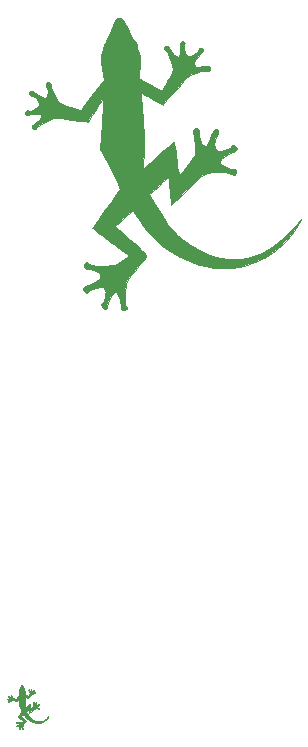
<source format=gbr>
%TF.GenerationSoftware,KiCad,Pcbnew,8.0.3*%
%TF.CreationDate,2024-09-02T20:29:09+10:00*%
%TF.ProjectId,bottom_plate,626f7474-6f6d-45f7-906c-6174652e6b69,1.0.0*%
%TF.SameCoordinates,Original*%
%TF.FileFunction,Soldermask,Bot*%
%TF.FilePolarity,Negative*%
%FSLAX46Y46*%
G04 Gerber Fmt 4.6, Leading zero omitted, Abs format (unit mm)*
G04 Created by KiCad (PCBNEW 8.0.3) date 2024-09-02 20:29:09*
%MOMM*%
%LPD*%
G01*
G04 APERTURE LIST*
%ADD10C,0.010000*%
G04 APERTURE END LIST*
D10*
%TO.C,G\u002A\u002A\u002A*%
X32902339Y-93095705D02*
X32931973Y-93124575D01*
X32965322Y-93177944D01*
X33004013Y-93255775D01*
X33026941Y-93302711D01*
X33052152Y-93348818D01*
X33072760Y-93380480D01*
X33086099Y-93393231D01*
X33100059Y-93404481D01*
X33106408Y-93437681D01*
X33106885Y-93446262D01*
X33115033Y-93487154D01*
X33130011Y-93529373D01*
X33139185Y-93551973D01*
X33145682Y-93578246D01*
X33148124Y-93610647D01*
X33146929Y-93655549D01*
X33142518Y-93719323D01*
X33139424Y-93766572D01*
X33137695Y-93815821D01*
X33138250Y-93850823D01*
X33141140Y-93866057D01*
X33141148Y-93866064D01*
X33155565Y-93874845D01*
X33187767Y-93892704D01*
X33232991Y-93917047D01*
X33286477Y-93945278D01*
X33422374Y-94016367D01*
X33492799Y-93905946D01*
X33497141Y-93899092D01*
X33532800Y-93838179D01*
X33555376Y-93790095D01*
X33563277Y-93758181D01*
X33562144Y-93741113D01*
X33554020Y-93698007D01*
X33540004Y-93647702D01*
X33522400Y-93596592D01*
X33503512Y-93551071D01*
X33485644Y-93517531D01*
X33471099Y-93502367D01*
X33461486Y-93497631D01*
X33451708Y-93479671D01*
X33459576Y-93460209D01*
X33482993Y-93448709D01*
X33504098Y-93451354D01*
X33519594Y-93473925D01*
X33526563Y-93491488D01*
X33548902Y-93528660D01*
X33577036Y-93561441D01*
X33605241Y-93583724D01*
X33627796Y-93589401D01*
X33628574Y-93589192D01*
X33643360Y-93579876D01*
X33651105Y-93558250D01*
X33654205Y-93517818D01*
X33654701Y-93495753D01*
X33654776Y-93453418D01*
X33653692Y-93423848D01*
X33653546Y-93418519D01*
X33663114Y-93394357D01*
X33683853Y-93384533D01*
X33706740Y-93394105D01*
X33714269Y-93406232D01*
X33708254Y-93430716D01*
X33702751Y-93451355D01*
X33705654Y-93488535D01*
X33717241Y-93528649D01*
X33734570Y-93562252D01*
X33754702Y-93579901D01*
X33757493Y-93580575D01*
X33785264Y-93576790D01*
X33820692Y-93561310D01*
X33855838Y-93539054D01*
X33882757Y-93514943D01*
X33893507Y-93493900D01*
X33897623Y-93480527D01*
X33919328Y-93471675D01*
X33939789Y-93475282D01*
X33951283Y-93491489D01*
X33942539Y-93518515D01*
X33913723Y-93553927D01*
X33881398Y-93587862D01*
X33851244Y-93626780D01*
X33837816Y-93658216D01*
X33838735Y-93686372D01*
X33841476Y-93695711D01*
X33848682Y-93706982D01*
X33863734Y-93712123D01*
X33892452Y-93712439D01*
X33940655Y-93709235D01*
X33973862Y-93707079D01*
X34011845Y-93706769D01*
X34032790Y-93711026D01*
X34041753Y-93720409D01*
X34043352Y-93725793D01*
X34039019Y-93750673D01*
X34020150Y-93765958D01*
X33995171Y-93763797D01*
X33988172Y-93761945D01*
X33957850Y-93763785D01*
X33913949Y-93772959D01*
X33863357Y-93787578D01*
X33812963Y-93805755D01*
X33769657Y-93825601D01*
X33764662Y-93829579D01*
X33744041Y-93850045D01*
X33711866Y-93884171D01*
X33671449Y-93928242D01*
X33626103Y-93978545D01*
X33579143Y-94031366D01*
X33533880Y-94082991D01*
X33493629Y-94129706D01*
X33461702Y-94167797D01*
X33441413Y-94193550D01*
X33441226Y-94193653D01*
X33427960Y-94188531D01*
X33397304Y-94173270D01*
X33353580Y-94150098D01*
X33301112Y-94121242D01*
X33296564Y-94118705D01*
X33244556Y-94090181D01*
X33201563Y-94067481D01*
X33171940Y-94052849D01*
X33160041Y-94048529D01*
X33159756Y-94053992D01*
X33160989Y-94081135D01*
X33164081Y-94127808D01*
X33168774Y-94190453D01*
X33174809Y-94265515D01*
X33181928Y-94349437D01*
X33182013Y-94350414D01*
X33190965Y-94458957D01*
X33197064Y-94548046D01*
X33200487Y-94623399D01*
X33201407Y-94690735D01*
X33200000Y-94755770D01*
X33196440Y-94824225D01*
X33195011Y-94847102D01*
X33191448Y-94908407D01*
X33188938Y-94958278D01*
X33187698Y-94992080D01*
X33187946Y-95005176D01*
X33188544Y-95005011D01*
X33201932Y-94994598D01*
X33230648Y-94970105D01*
X33271837Y-94934028D01*
X33322644Y-94888863D01*
X33380214Y-94837105D01*
X33391994Y-94826472D01*
X33448907Y-94775478D01*
X33498845Y-94731336D01*
X33538859Y-94696613D01*
X33566001Y-94673872D01*
X33577321Y-94665679D01*
X33579253Y-94669358D01*
X33584542Y-94693272D01*
X33591553Y-94735747D01*
X33599602Y-94792476D01*
X33608006Y-94859150D01*
X33612503Y-94897401D01*
X33621909Y-94977389D01*
X33629860Y-95034342D01*
X33638099Y-95069743D01*
X33648367Y-95085073D01*
X33662406Y-95081816D01*
X33681959Y-95061452D01*
X33708766Y-95025464D01*
X33744571Y-94975333D01*
X33842729Y-94839183D01*
X33842729Y-94707706D01*
X33842660Y-94692469D01*
X33840352Y-94626184D01*
X33835044Y-94577876D01*
X33827103Y-94551207D01*
X33825521Y-94548620D01*
X33818526Y-94526191D01*
X33831971Y-94505690D01*
X33849725Y-94494845D01*
X33875518Y-94495960D01*
X33894202Y-94512269D01*
X33897007Y-94539247D01*
X33896284Y-94558453D01*
X33901740Y-94596531D01*
X33912864Y-94641013D01*
X33923866Y-94675190D01*
X33936000Y-94701758D01*
X33949622Y-94713581D01*
X33968914Y-94716275D01*
X33984702Y-94714413D01*
X34000818Y-94704010D01*
X34016716Y-94679872D01*
X34036755Y-94636900D01*
X34053745Y-94595203D01*
X34066468Y-94558522D01*
X34071331Y-94536781D01*
X34072086Y-94531124D01*
X34086749Y-94514036D01*
X34111226Y-94508119D01*
X34133759Y-94517084D01*
X34142622Y-94528881D01*
X34144760Y-94557699D01*
X34122742Y-94587239D01*
X34109917Y-94603824D01*
X34096814Y-94643640D01*
X34093311Y-94690825D01*
X34099758Y-94735285D01*
X34116506Y-94766922D01*
X34119280Y-94769650D01*
X34133839Y-94781233D01*
X34150534Y-94785175D01*
X34176823Y-94781801D01*
X34220163Y-94771434D01*
X34254375Y-94761644D01*
X34291064Y-94745393D01*
X34306744Y-94727510D01*
X34314313Y-94713046D01*
X34335231Y-94704420D01*
X34360889Y-94718814D01*
X34374649Y-94744443D01*
X34372118Y-94770912D01*
X34353904Y-94787177D01*
X34331839Y-94796041D01*
X34295162Y-94813016D01*
X34251875Y-94834403D01*
X34225275Y-94848975D01*
X34180516Y-94882258D01*
X34160735Y-94914043D01*
X34166108Y-94944111D01*
X34167578Y-94946061D01*
X34188689Y-94961052D01*
X34224550Y-94978782D01*
X34266786Y-94995818D01*
X34307021Y-95008730D01*
X34336878Y-95014084D01*
X34350288Y-95016095D01*
X34371088Y-95031952D01*
X34373898Y-95056326D01*
X34356173Y-95080458D01*
X34353070Y-95082668D01*
X34332593Y-95090221D01*
X34311960Y-95077618D01*
X34309292Y-95075509D01*
X34279310Y-95063591D01*
X34232172Y-95054828D01*
X34174888Y-95049639D01*
X34114470Y-95048443D01*
X34057929Y-95051659D01*
X34012278Y-95059707D01*
X33995686Y-95065183D01*
X33972479Y-95076255D01*
X33945922Y-95093633D01*
X33913109Y-95119664D01*
X33871135Y-95156696D01*
X33817094Y-95207075D01*
X33748081Y-95273151D01*
X33544279Y-95469684D01*
X33528691Y-95305704D01*
X33527817Y-95296546D01*
X33521745Y-95234659D01*
X33516315Y-95182167D01*
X33512093Y-95144370D01*
X33509641Y-95126566D01*
X33509062Y-95125750D01*
X33496078Y-95131147D01*
X33468978Y-95150900D01*
X33431280Y-95182269D01*
X33386504Y-95222511D01*
X33266829Y-95333614D01*
X33340875Y-95459919D01*
X33388170Y-95539131D01*
X33451359Y-95638697D01*
X33509517Y-95721065D01*
X33565688Y-95789863D01*
X33622912Y-95848720D01*
X33684233Y-95901264D01*
X33752692Y-95951125D01*
X33772704Y-95964387D01*
X33856445Y-96014167D01*
X33948036Y-96061346D01*
X34038304Y-96101435D01*
X34118074Y-96129944D01*
X34159178Y-96140748D01*
X34289755Y-96158398D01*
X34424978Y-96153427D01*
X34561058Y-96126486D01*
X34694205Y-96078226D01*
X34820629Y-96009296D01*
X34826266Y-96005556D01*
X34874630Y-95969144D01*
X34933167Y-95919506D01*
X34996254Y-95861915D01*
X35058268Y-95801646D01*
X35113585Y-95743975D01*
X35156583Y-95694175D01*
X35191819Y-95649725D01*
X35162546Y-95700525D01*
X35102575Y-95794884D01*
X34998305Y-95924681D01*
X34880327Y-96036340D01*
X34750732Y-96128452D01*
X34611611Y-96199605D01*
X34465057Y-96248388D01*
X34313162Y-96273391D01*
X34269926Y-96275383D01*
X34180511Y-96273163D01*
X34082457Y-96264496D01*
X33985627Y-96250374D01*
X33899879Y-96231789D01*
X33828541Y-96208412D01*
X33743408Y-96173272D01*
X33654853Y-96130946D01*
X33571435Y-96085535D01*
X33501715Y-96041135D01*
X33434169Y-95988601D01*
X33348343Y-95910758D01*
X33264771Y-95824185D01*
X33190121Y-95735869D01*
X33131063Y-95652799D01*
X33109702Y-95619339D01*
X33083131Y-95579495D01*
X33063489Y-95552205D01*
X33053945Y-95542023D01*
X33044107Y-95548551D01*
X33019239Y-95569376D01*
X32983583Y-95601116D01*
X32941146Y-95640282D01*
X32836083Y-95738790D01*
X33012381Y-95899065D01*
X33055504Y-95938046D01*
X33117661Y-95993913D01*
X33163831Y-96036656D01*
X33195231Y-96069393D01*
X33213077Y-96095242D01*
X33218584Y-96117321D01*
X33212969Y-96138750D01*
X33197448Y-96162647D01*
X33173236Y-96192131D01*
X33141551Y-96230319D01*
X33136262Y-96236902D01*
X33081038Y-96305949D01*
X33039451Y-96359724D01*
X33009418Y-96402418D01*
X32988856Y-96438223D01*
X32975681Y-96471331D01*
X32967812Y-96505933D01*
X32963166Y-96546221D01*
X32959660Y-96596386D01*
X32957143Y-96638958D01*
X32955578Y-96686734D01*
X32957144Y-96717370D01*
X32962218Y-96735797D01*
X32971177Y-96746945D01*
X32983671Y-96763357D01*
X32978416Y-96787708D01*
X32973456Y-96795272D01*
X32950588Y-96809685D01*
X32926036Y-96806992D01*
X32908393Y-96790209D01*
X32906248Y-96762355D01*
X32906633Y-96740045D01*
X32900514Y-96700691D01*
X32888952Y-96654880D01*
X32886520Y-96646810D01*
X32873477Y-96607031D01*
X32862605Y-96586015D01*
X32850091Y-96578757D01*
X32832122Y-96580249D01*
X32813629Y-96587444D01*
X32792535Y-96609723D01*
X32770830Y-96651500D01*
X32760033Y-96676963D01*
X32743496Y-96720018D01*
X32733171Y-96752274D01*
X32723921Y-96772145D01*
X32702445Y-96784661D01*
X32678511Y-96777298D01*
X32659809Y-96750268D01*
X32657856Y-96744641D01*
X32656375Y-96723904D01*
X32672722Y-96714275D01*
X32680595Y-96710912D01*
X32695324Y-96690775D01*
X32704500Y-96650184D01*
X32710253Y-96601972D01*
X32710943Y-96569403D01*
X32705617Y-96547115D01*
X32693611Y-96527642D01*
X32692695Y-96526442D01*
X32680880Y-96514598D01*
X32664883Y-96509860D01*
X32637829Y-96511671D01*
X32592840Y-96519474D01*
X32591679Y-96519694D01*
X32542795Y-96531093D01*
X32514590Y-96543564D01*
X32502449Y-96559132D01*
X32502425Y-96559205D01*
X32485441Y-96578915D01*
X32459293Y-96581427D01*
X32434365Y-96565734D01*
X32425549Y-96539535D01*
X32437943Y-96514792D01*
X32468157Y-96498642D01*
X32489857Y-96490905D01*
X32528634Y-96473182D01*
X32571531Y-96450670D01*
X32576277Y-96447989D01*
X32616575Y-96422274D01*
X32638374Y-96400190D01*
X32646539Y-96376954D01*
X32647216Y-96365932D01*
X32641986Y-96347619D01*
X32623506Y-96331115D01*
X32586636Y-96310736D01*
X32560679Y-96298934D01*
X32517552Y-96284152D01*
X32484252Y-96278375D01*
X32483498Y-96278373D01*
X32456798Y-96276780D01*
X32445729Y-96273063D01*
X32444986Y-96268762D01*
X32438649Y-96249301D01*
X32438934Y-96233092D01*
X32452958Y-96209460D01*
X32466461Y-96197578D01*
X32480727Y-96196625D01*
X32501314Y-96213179D01*
X32506959Y-96218018D01*
X32525567Y-96228470D01*
X32552753Y-96235216D01*
X32594122Y-96239296D01*
X32655279Y-96241750D01*
X32721135Y-96241896D01*
X32787193Y-96237497D01*
X32833079Y-96228414D01*
X32859421Y-96217232D01*
X32897252Y-96196396D01*
X32936254Y-96171338D01*
X32970549Y-96146137D01*
X32994258Y-96124867D01*
X33001505Y-96111607D01*
X32998792Y-96108711D01*
X32979343Y-96092663D01*
X32943725Y-96065011D01*
X32894911Y-96028017D01*
X32835871Y-95983943D01*
X32769579Y-95935051D01*
X32737076Y-95911088D01*
X32674504Y-95864176D01*
X32621022Y-95823035D01*
X32579509Y-95789938D01*
X32552843Y-95767155D01*
X32543901Y-95756956D01*
X32546232Y-95752792D01*
X32561042Y-95730689D01*
X32587598Y-95692700D01*
X32623736Y-95641880D01*
X32667291Y-95581282D01*
X32716099Y-95513961D01*
X32740812Y-95479985D01*
X32787887Y-95415106D01*
X32829010Y-95358218D01*
X32861926Y-95312455D01*
X32884379Y-95280946D01*
X32894115Y-95266824D01*
X32894221Y-95263180D01*
X32886708Y-95239964D01*
X32869424Y-95199229D01*
X32843955Y-95144432D01*
X32811883Y-95079028D01*
X32774794Y-95006474D01*
X32646736Y-94760725D01*
X32666834Y-94437885D01*
X32671399Y-94362380D01*
X32675937Y-94281853D01*
X32679460Y-94212968D01*
X32681804Y-94159150D01*
X32682808Y-94123827D01*
X32682311Y-94110422D01*
X32681025Y-94111000D01*
X32669279Y-94125802D01*
X32647681Y-94157314D01*
X32618748Y-94201784D01*
X32584996Y-94255462D01*
X32574161Y-94272948D01*
X32541570Y-94325427D01*
X32514732Y-94368473D01*
X32496179Y-94398028D01*
X32488447Y-94410036D01*
X32485831Y-94410463D01*
X32463685Y-94408970D01*
X32422841Y-94404303D01*
X32367843Y-94397011D01*
X32303235Y-94387644D01*
X32280456Y-94384252D01*
X32214544Y-94374869D01*
X32157218Y-94367316D01*
X32113980Y-94362295D01*
X32090333Y-94360508D01*
X32061216Y-94366082D01*
X32019066Y-94381059D01*
X31970391Y-94402394D01*
X31921256Y-94427039D01*
X31877727Y-94451949D01*
X31845867Y-94474078D01*
X31831742Y-94490380D01*
X31824305Y-94504615D01*
X31802105Y-94510874D01*
X31801801Y-94510814D01*
X31784565Y-94498896D01*
X31775059Y-94478106D01*
X31775528Y-94458360D01*
X31788219Y-94449575D01*
X31794688Y-94448330D01*
X31818764Y-94433644D01*
X31846884Y-94407731D01*
X31873035Y-94377310D01*
X31891205Y-94349100D01*
X31895381Y-94329820D01*
X31878984Y-94317948D01*
X31845986Y-94311049D01*
X31804872Y-94309535D01*
X31764088Y-94313711D01*
X31732079Y-94323886D01*
X31713322Y-94329297D01*
X31692292Y-94318844D01*
X31683924Y-94289008D01*
X31683932Y-94288260D01*
X31694760Y-94271798D01*
X31717441Y-94264318D01*
X31739314Y-94270135D01*
X31740974Y-94271210D01*
X31763074Y-94271636D01*
X31795637Y-94261065D01*
X31830239Y-94243647D01*
X31858454Y-94223530D01*
X31871857Y-94204864D01*
X31866911Y-94181375D01*
X31848333Y-94149179D01*
X31822222Y-94116609D01*
X31794806Y-94091397D01*
X31772312Y-94081275D01*
X31759686Y-94080011D01*
X31740416Y-94065798D01*
X31742197Y-94037971D01*
X31747682Y-94026473D01*
X31757272Y-94020123D01*
X31774023Y-94024267D01*
X31802479Y-94040269D01*
X31847184Y-94069493D01*
X31897718Y-94100253D01*
X31935297Y-94114531D01*
X31959328Y-94109928D01*
X31972083Y-94085961D01*
X31975829Y-94042146D01*
X31975107Y-94022107D01*
X31969539Y-93981700D01*
X31960273Y-93954419D01*
X31951318Y-93932994D01*
X31959419Y-93914805D01*
X31963455Y-93911279D01*
X31986390Y-93905726D01*
X32005768Y-93919462D01*
X32013929Y-93947843D01*
X32017518Y-93968305D01*
X32031705Y-94008762D01*
X32053183Y-94057059D01*
X32078180Y-94105495D01*
X32102927Y-94146367D01*
X32123653Y-94171973D01*
X32135473Y-94178931D01*
X32166897Y-94192124D01*
X32210392Y-94207775D01*
X32259971Y-94224022D01*
X32309645Y-94239002D01*
X32353425Y-94250853D01*
X32385325Y-94257712D01*
X32399355Y-94257718D01*
X32407281Y-94247319D01*
X32428242Y-94219799D01*
X32459704Y-94178484D01*
X32499174Y-94126649D01*
X32544157Y-94067570D01*
X32685131Y-93882416D01*
X32666371Y-93738746D01*
X32665413Y-93731380D01*
X32657864Y-93669318D01*
X32654251Y-93625746D01*
X32654603Y-93594649D01*
X32658949Y-93570011D01*
X32667321Y-93545818D01*
X32669759Y-93539384D01*
X32682032Y-93494187D01*
X32687029Y-93452367D01*
X32687037Y-93450735D01*
X32691516Y-93419722D01*
X32702904Y-93408170D01*
X32703417Y-93408101D01*
X32714290Y-93395266D01*
X32731288Y-93363417D01*
X32752185Y-93317119D01*
X32774751Y-93260938D01*
X32788423Y-93225943D01*
X32819463Y-93156453D01*
X32847711Y-93111607D01*
X32874794Y-93091370D01*
X32902339Y-93095705D01*
G36*
X32902339Y-93095705D02*
G01*
X32931973Y-93124575D01*
X32965322Y-93177944D01*
X33004013Y-93255775D01*
X33026941Y-93302711D01*
X33052152Y-93348818D01*
X33072760Y-93380480D01*
X33086099Y-93393231D01*
X33100059Y-93404481D01*
X33106408Y-93437681D01*
X33106885Y-93446262D01*
X33115033Y-93487154D01*
X33130011Y-93529373D01*
X33139185Y-93551973D01*
X33145682Y-93578246D01*
X33148124Y-93610647D01*
X33146929Y-93655549D01*
X33142518Y-93719323D01*
X33139424Y-93766572D01*
X33137695Y-93815821D01*
X33138250Y-93850823D01*
X33141140Y-93866057D01*
X33141148Y-93866064D01*
X33155565Y-93874845D01*
X33187767Y-93892704D01*
X33232991Y-93917047D01*
X33286477Y-93945278D01*
X33422374Y-94016367D01*
X33492799Y-93905946D01*
X33497141Y-93899092D01*
X33532800Y-93838179D01*
X33555376Y-93790095D01*
X33563277Y-93758181D01*
X33562144Y-93741113D01*
X33554020Y-93698007D01*
X33540004Y-93647702D01*
X33522400Y-93596592D01*
X33503512Y-93551071D01*
X33485644Y-93517531D01*
X33471099Y-93502367D01*
X33461486Y-93497631D01*
X33451708Y-93479671D01*
X33459576Y-93460209D01*
X33482993Y-93448709D01*
X33504098Y-93451354D01*
X33519594Y-93473925D01*
X33526563Y-93491488D01*
X33548902Y-93528660D01*
X33577036Y-93561441D01*
X33605241Y-93583724D01*
X33627796Y-93589401D01*
X33628574Y-93589192D01*
X33643360Y-93579876D01*
X33651105Y-93558250D01*
X33654205Y-93517818D01*
X33654701Y-93495753D01*
X33654776Y-93453418D01*
X33653692Y-93423848D01*
X33653546Y-93418519D01*
X33663114Y-93394357D01*
X33683853Y-93384533D01*
X33706740Y-93394105D01*
X33714269Y-93406232D01*
X33708254Y-93430716D01*
X33702751Y-93451355D01*
X33705654Y-93488535D01*
X33717241Y-93528649D01*
X33734570Y-93562252D01*
X33754702Y-93579901D01*
X33757493Y-93580575D01*
X33785264Y-93576790D01*
X33820692Y-93561310D01*
X33855838Y-93539054D01*
X33882757Y-93514943D01*
X33893507Y-93493900D01*
X33897623Y-93480527D01*
X33919328Y-93471675D01*
X33939789Y-93475282D01*
X33951283Y-93491489D01*
X33942539Y-93518515D01*
X33913723Y-93553927D01*
X33881398Y-93587862D01*
X33851244Y-93626780D01*
X33837816Y-93658216D01*
X33838735Y-93686372D01*
X33841476Y-93695711D01*
X33848682Y-93706982D01*
X33863734Y-93712123D01*
X33892452Y-93712439D01*
X33940655Y-93709235D01*
X33973862Y-93707079D01*
X34011845Y-93706769D01*
X34032790Y-93711026D01*
X34041753Y-93720409D01*
X34043352Y-93725793D01*
X34039019Y-93750673D01*
X34020150Y-93765958D01*
X33995171Y-93763797D01*
X33988172Y-93761945D01*
X33957850Y-93763785D01*
X33913949Y-93772959D01*
X33863357Y-93787578D01*
X33812963Y-93805755D01*
X33769657Y-93825601D01*
X33764662Y-93829579D01*
X33744041Y-93850045D01*
X33711866Y-93884171D01*
X33671449Y-93928242D01*
X33626103Y-93978545D01*
X33579143Y-94031366D01*
X33533880Y-94082991D01*
X33493629Y-94129706D01*
X33461702Y-94167797D01*
X33441413Y-94193550D01*
X33441226Y-94193653D01*
X33427960Y-94188531D01*
X33397304Y-94173270D01*
X33353580Y-94150098D01*
X33301112Y-94121242D01*
X33296564Y-94118705D01*
X33244556Y-94090181D01*
X33201563Y-94067481D01*
X33171940Y-94052849D01*
X33160041Y-94048529D01*
X33159756Y-94053992D01*
X33160989Y-94081135D01*
X33164081Y-94127808D01*
X33168774Y-94190453D01*
X33174809Y-94265515D01*
X33181928Y-94349437D01*
X33182013Y-94350414D01*
X33190965Y-94458957D01*
X33197064Y-94548046D01*
X33200487Y-94623399D01*
X33201407Y-94690735D01*
X33200000Y-94755770D01*
X33196440Y-94824225D01*
X33195011Y-94847102D01*
X33191448Y-94908407D01*
X33188938Y-94958278D01*
X33187698Y-94992080D01*
X33187946Y-95005176D01*
X33188544Y-95005011D01*
X33201932Y-94994598D01*
X33230648Y-94970105D01*
X33271837Y-94934028D01*
X33322644Y-94888863D01*
X33380214Y-94837105D01*
X33391994Y-94826472D01*
X33448907Y-94775478D01*
X33498845Y-94731336D01*
X33538859Y-94696613D01*
X33566001Y-94673872D01*
X33577321Y-94665679D01*
X33579253Y-94669358D01*
X33584542Y-94693272D01*
X33591553Y-94735747D01*
X33599602Y-94792476D01*
X33608006Y-94859150D01*
X33612503Y-94897401D01*
X33621909Y-94977389D01*
X33629860Y-95034342D01*
X33638099Y-95069743D01*
X33648367Y-95085073D01*
X33662406Y-95081816D01*
X33681959Y-95061452D01*
X33708766Y-95025464D01*
X33744571Y-94975333D01*
X33842729Y-94839183D01*
X33842729Y-94707706D01*
X33842660Y-94692469D01*
X33840352Y-94626184D01*
X33835044Y-94577876D01*
X33827103Y-94551207D01*
X33825521Y-94548620D01*
X33818526Y-94526191D01*
X33831971Y-94505690D01*
X33849725Y-94494845D01*
X33875518Y-94495960D01*
X33894202Y-94512269D01*
X33897007Y-94539247D01*
X33896284Y-94558453D01*
X33901740Y-94596531D01*
X33912864Y-94641013D01*
X33923866Y-94675190D01*
X33936000Y-94701758D01*
X33949622Y-94713581D01*
X33968914Y-94716275D01*
X33984702Y-94714413D01*
X34000818Y-94704010D01*
X34016716Y-94679872D01*
X34036755Y-94636900D01*
X34053745Y-94595203D01*
X34066468Y-94558522D01*
X34071331Y-94536781D01*
X34072086Y-94531124D01*
X34086749Y-94514036D01*
X34111226Y-94508119D01*
X34133759Y-94517084D01*
X34142622Y-94528881D01*
X34144760Y-94557699D01*
X34122742Y-94587239D01*
X34109917Y-94603824D01*
X34096814Y-94643640D01*
X34093311Y-94690825D01*
X34099758Y-94735285D01*
X34116506Y-94766922D01*
X34119280Y-94769650D01*
X34133839Y-94781233D01*
X34150534Y-94785175D01*
X34176823Y-94781801D01*
X34220163Y-94771434D01*
X34254375Y-94761644D01*
X34291064Y-94745393D01*
X34306744Y-94727510D01*
X34314313Y-94713046D01*
X34335231Y-94704420D01*
X34360889Y-94718814D01*
X34374649Y-94744443D01*
X34372118Y-94770912D01*
X34353904Y-94787177D01*
X34331839Y-94796041D01*
X34295162Y-94813016D01*
X34251875Y-94834403D01*
X34225275Y-94848975D01*
X34180516Y-94882258D01*
X34160735Y-94914043D01*
X34166108Y-94944111D01*
X34167578Y-94946061D01*
X34188689Y-94961052D01*
X34224550Y-94978782D01*
X34266786Y-94995818D01*
X34307021Y-95008730D01*
X34336878Y-95014084D01*
X34350288Y-95016095D01*
X34371088Y-95031952D01*
X34373898Y-95056326D01*
X34356173Y-95080458D01*
X34353070Y-95082668D01*
X34332593Y-95090221D01*
X34311960Y-95077618D01*
X34309292Y-95075509D01*
X34279310Y-95063591D01*
X34232172Y-95054828D01*
X34174888Y-95049639D01*
X34114470Y-95048443D01*
X34057929Y-95051659D01*
X34012278Y-95059707D01*
X33995686Y-95065183D01*
X33972479Y-95076255D01*
X33945922Y-95093633D01*
X33913109Y-95119664D01*
X33871135Y-95156696D01*
X33817094Y-95207075D01*
X33748081Y-95273151D01*
X33544279Y-95469684D01*
X33528691Y-95305704D01*
X33527817Y-95296546D01*
X33521745Y-95234659D01*
X33516315Y-95182167D01*
X33512093Y-95144370D01*
X33509641Y-95126566D01*
X33509062Y-95125750D01*
X33496078Y-95131147D01*
X33468978Y-95150900D01*
X33431280Y-95182269D01*
X33386504Y-95222511D01*
X33266829Y-95333614D01*
X33340875Y-95459919D01*
X33388170Y-95539131D01*
X33451359Y-95638697D01*
X33509517Y-95721065D01*
X33565688Y-95789863D01*
X33622912Y-95848720D01*
X33684233Y-95901264D01*
X33752692Y-95951125D01*
X33772704Y-95964387D01*
X33856445Y-96014167D01*
X33948036Y-96061346D01*
X34038304Y-96101435D01*
X34118074Y-96129944D01*
X34159178Y-96140748D01*
X34289755Y-96158398D01*
X34424978Y-96153427D01*
X34561058Y-96126486D01*
X34694205Y-96078226D01*
X34820629Y-96009296D01*
X34826266Y-96005556D01*
X34874630Y-95969144D01*
X34933167Y-95919506D01*
X34996254Y-95861915D01*
X35058268Y-95801646D01*
X35113585Y-95743975D01*
X35156583Y-95694175D01*
X35191819Y-95649725D01*
X35162546Y-95700525D01*
X35102575Y-95794884D01*
X34998305Y-95924681D01*
X34880327Y-96036340D01*
X34750732Y-96128452D01*
X34611611Y-96199605D01*
X34465057Y-96248388D01*
X34313162Y-96273391D01*
X34269926Y-96275383D01*
X34180511Y-96273163D01*
X34082457Y-96264496D01*
X33985627Y-96250374D01*
X33899879Y-96231789D01*
X33828541Y-96208412D01*
X33743408Y-96173272D01*
X33654853Y-96130946D01*
X33571435Y-96085535D01*
X33501715Y-96041135D01*
X33434169Y-95988601D01*
X33348343Y-95910758D01*
X33264771Y-95824185D01*
X33190121Y-95735869D01*
X33131063Y-95652799D01*
X33109702Y-95619339D01*
X33083131Y-95579495D01*
X33063489Y-95552205D01*
X33053945Y-95542023D01*
X33044107Y-95548551D01*
X33019239Y-95569376D01*
X32983583Y-95601116D01*
X32941146Y-95640282D01*
X32836083Y-95738790D01*
X33012381Y-95899065D01*
X33055504Y-95938046D01*
X33117661Y-95993913D01*
X33163831Y-96036656D01*
X33195231Y-96069393D01*
X33213077Y-96095242D01*
X33218584Y-96117321D01*
X33212969Y-96138750D01*
X33197448Y-96162647D01*
X33173236Y-96192131D01*
X33141551Y-96230319D01*
X33136262Y-96236902D01*
X33081038Y-96305949D01*
X33039451Y-96359724D01*
X33009418Y-96402418D01*
X32988856Y-96438223D01*
X32975681Y-96471331D01*
X32967812Y-96505933D01*
X32963166Y-96546221D01*
X32959660Y-96596386D01*
X32957143Y-96638958D01*
X32955578Y-96686734D01*
X32957144Y-96717370D01*
X32962218Y-96735797D01*
X32971177Y-96746945D01*
X32983671Y-96763357D01*
X32978416Y-96787708D01*
X32973456Y-96795272D01*
X32950588Y-96809685D01*
X32926036Y-96806992D01*
X32908393Y-96790209D01*
X32906248Y-96762355D01*
X32906633Y-96740045D01*
X32900514Y-96700691D01*
X32888952Y-96654880D01*
X32886520Y-96646810D01*
X32873477Y-96607031D01*
X32862605Y-96586015D01*
X32850091Y-96578757D01*
X32832122Y-96580249D01*
X32813629Y-96587444D01*
X32792535Y-96609723D01*
X32770830Y-96651500D01*
X32760033Y-96676963D01*
X32743496Y-96720018D01*
X32733171Y-96752274D01*
X32723921Y-96772145D01*
X32702445Y-96784661D01*
X32678511Y-96777298D01*
X32659809Y-96750268D01*
X32657856Y-96744641D01*
X32656375Y-96723904D01*
X32672722Y-96714275D01*
X32680595Y-96710912D01*
X32695324Y-96690775D01*
X32704500Y-96650184D01*
X32710253Y-96601972D01*
X32710943Y-96569403D01*
X32705617Y-96547115D01*
X32693611Y-96527642D01*
X32692695Y-96526442D01*
X32680880Y-96514598D01*
X32664883Y-96509860D01*
X32637829Y-96511671D01*
X32592840Y-96519474D01*
X32591679Y-96519694D01*
X32542795Y-96531093D01*
X32514590Y-96543564D01*
X32502449Y-96559132D01*
X32502425Y-96559205D01*
X32485441Y-96578915D01*
X32459293Y-96581427D01*
X32434365Y-96565734D01*
X32425549Y-96539535D01*
X32437943Y-96514792D01*
X32468157Y-96498642D01*
X32489857Y-96490905D01*
X32528634Y-96473182D01*
X32571531Y-96450670D01*
X32576277Y-96447989D01*
X32616575Y-96422274D01*
X32638374Y-96400190D01*
X32646539Y-96376954D01*
X32647216Y-96365932D01*
X32641986Y-96347619D01*
X32623506Y-96331115D01*
X32586636Y-96310736D01*
X32560679Y-96298934D01*
X32517552Y-96284152D01*
X32484252Y-96278375D01*
X32483498Y-96278373D01*
X32456798Y-96276780D01*
X32445729Y-96273063D01*
X32444986Y-96268762D01*
X32438649Y-96249301D01*
X32438934Y-96233092D01*
X32452958Y-96209460D01*
X32466461Y-96197578D01*
X32480727Y-96196625D01*
X32501314Y-96213179D01*
X32506959Y-96218018D01*
X32525567Y-96228470D01*
X32552753Y-96235216D01*
X32594122Y-96239296D01*
X32655279Y-96241750D01*
X32721135Y-96241896D01*
X32787193Y-96237497D01*
X32833079Y-96228414D01*
X32859421Y-96217232D01*
X32897252Y-96196396D01*
X32936254Y-96171338D01*
X32970549Y-96146137D01*
X32994258Y-96124867D01*
X33001505Y-96111607D01*
X32998792Y-96108711D01*
X32979343Y-96092663D01*
X32943725Y-96065011D01*
X32894911Y-96028017D01*
X32835871Y-95983943D01*
X32769579Y-95935051D01*
X32737076Y-95911088D01*
X32674504Y-95864176D01*
X32621022Y-95823035D01*
X32579509Y-95789938D01*
X32552843Y-95767155D01*
X32543901Y-95756956D01*
X32546232Y-95752792D01*
X32561042Y-95730689D01*
X32587598Y-95692700D01*
X32623736Y-95641880D01*
X32667291Y-95581282D01*
X32716099Y-95513961D01*
X32740812Y-95479985D01*
X32787887Y-95415106D01*
X32829010Y-95358218D01*
X32861926Y-95312455D01*
X32884379Y-95280946D01*
X32894115Y-95266824D01*
X32894221Y-95263180D01*
X32886708Y-95239964D01*
X32869424Y-95199229D01*
X32843955Y-95144432D01*
X32811883Y-95079028D01*
X32774794Y-95006474D01*
X32646736Y-94760725D01*
X32666834Y-94437885D01*
X32671399Y-94362380D01*
X32675937Y-94281853D01*
X32679460Y-94212968D01*
X32681804Y-94159150D01*
X32682808Y-94123827D01*
X32682311Y-94110422D01*
X32681025Y-94111000D01*
X32669279Y-94125802D01*
X32647681Y-94157314D01*
X32618748Y-94201784D01*
X32584996Y-94255462D01*
X32574161Y-94272948D01*
X32541570Y-94325427D01*
X32514732Y-94368473D01*
X32496179Y-94398028D01*
X32488447Y-94410036D01*
X32485831Y-94410463D01*
X32463685Y-94408970D01*
X32422841Y-94404303D01*
X32367843Y-94397011D01*
X32303235Y-94387644D01*
X32280456Y-94384252D01*
X32214544Y-94374869D01*
X32157218Y-94367316D01*
X32113980Y-94362295D01*
X32090333Y-94360508D01*
X32061216Y-94366082D01*
X32019066Y-94381059D01*
X31970391Y-94402394D01*
X31921256Y-94427039D01*
X31877727Y-94451949D01*
X31845867Y-94474078D01*
X31831742Y-94490380D01*
X31824305Y-94504615D01*
X31802105Y-94510874D01*
X31801801Y-94510814D01*
X31784565Y-94498896D01*
X31775059Y-94478106D01*
X31775528Y-94458360D01*
X31788219Y-94449575D01*
X31794688Y-94448330D01*
X31818764Y-94433644D01*
X31846884Y-94407731D01*
X31873035Y-94377310D01*
X31891205Y-94349100D01*
X31895381Y-94329820D01*
X31878984Y-94317948D01*
X31845986Y-94311049D01*
X31804872Y-94309535D01*
X31764088Y-94313711D01*
X31732079Y-94323886D01*
X31713322Y-94329297D01*
X31692292Y-94318844D01*
X31683924Y-94289008D01*
X31683932Y-94288260D01*
X31694760Y-94271798D01*
X31717441Y-94264318D01*
X31739314Y-94270135D01*
X31740974Y-94271210D01*
X31763074Y-94271636D01*
X31795637Y-94261065D01*
X31830239Y-94243647D01*
X31858454Y-94223530D01*
X31871857Y-94204864D01*
X31866911Y-94181375D01*
X31848333Y-94149179D01*
X31822222Y-94116609D01*
X31794806Y-94091397D01*
X31772312Y-94081275D01*
X31759686Y-94080011D01*
X31740416Y-94065798D01*
X31742197Y-94037971D01*
X31747682Y-94026473D01*
X31757272Y-94020123D01*
X31774023Y-94024267D01*
X31802479Y-94040269D01*
X31847184Y-94069493D01*
X31897718Y-94100253D01*
X31935297Y-94114531D01*
X31959328Y-94109928D01*
X31972083Y-94085961D01*
X31975829Y-94042146D01*
X31975107Y-94022107D01*
X31969539Y-93981700D01*
X31960273Y-93954419D01*
X31951318Y-93932994D01*
X31959419Y-93914805D01*
X31963455Y-93911279D01*
X31986390Y-93905726D01*
X32005768Y-93919462D01*
X32013929Y-93947843D01*
X32017518Y-93968305D01*
X32031705Y-94008762D01*
X32053183Y-94057059D01*
X32078180Y-94105495D01*
X32102927Y-94146367D01*
X32123653Y-94171973D01*
X32135473Y-94178931D01*
X32166897Y-94192124D01*
X32210392Y-94207775D01*
X32259971Y-94224022D01*
X32309645Y-94239002D01*
X32353425Y-94250853D01*
X32385325Y-94257712D01*
X32399355Y-94257718D01*
X32407281Y-94247319D01*
X32428242Y-94219799D01*
X32459704Y-94178484D01*
X32499174Y-94126649D01*
X32544157Y-94067570D01*
X32685131Y-93882416D01*
X32666371Y-93738746D01*
X32665413Y-93731380D01*
X32657864Y-93669318D01*
X32654251Y-93625746D01*
X32654603Y-93594649D01*
X32658949Y-93570011D01*
X32667321Y-93545818D01*
X32669759Y-93539384D01*
X32682032Y-93494187D01*
X32687029Y-93452367D01*
X32687037Y-93450735D01*
X32691516Y-93419722D01*
X32702904Y-93408170D01*
X32703417Y-93408101D01*
X32714290Y-93395266D01*
X32731288Y-93363417D01*
X32752185Y-93317119D01*
X32774751Y-93260938D01*
X32788423Y-93225943D01*
X32819463Y-93156453D01*
X32847711Y-93111607D01*
X32874794Y-93091370D01*
X32902339Y-93095705D01*
G37*
X41268852Y-36604023D02*
X41466410Y-36796490D01*
X41688737Y-37152281D01*
X41946680Y-37671151D01*
X42099532Y-37984061D01*
X42267607Y-38291443D01*
X42404994Y-38502520D01*
X42493918Y-38587526D01*
X42586984Y-38662526D01*
X42629315Y-38883859D01*
X42632491Y-38941066D01*
X42686810Y-39213680D01*
X42786669Y-39495139D01*
X42847825Y-39645811D01*
X42891141Y-39820963D01*
X42907419Y-40036969D01*
X42899455Y-40336313D01*
X42870047Y-40761477D01*
X42849421Y-41076470D01*
X42837894Y-41404795D01*
X42841592Y-41638140D01*
X42860860Y-41739702D01*
X42860914Y-41739748D01*
X42957029Y-41798287D01*
X43171706Y-41917350D01*
X43473200Y-42079635D01*
X43829770Y-42267838D01*
X44735750Y-42741766D01*
X45205251Y-42005625D01*
X45234199Y-41959935D01*
X45471927Y-41553845D01*
X45622433Y-41233290D01*
X45675104Y-41020526D01*
X45667552Y-40906743D01*
X45613391Y-40619367D01*
X45519952Y-40284002D01*
X45402593Y-39943270D01*
X45276673Y-39639794D01*
X45157550Y-39416197D01*
X45060583Y-39315103D01*
X44996501Y-39283525D01*
X44931309Y-39163793D01*
X44983765Y-39034048D01*
X45139882Y-38957382D01*
X45280579Y-38975016D01*
X45383885Y-39125488D01*
X45430348Y-39242571D01*
X45579275Y-39490390D01*
X45766830Y-39708930D01*
X45954866Y-39857481D01*
X46105235Y-39895331D01*
X46110418Y-39893931D01*
X46208994Y-39831827D01*
X46260627Y-39687653D01*
X46281290Y-39418109D01*
X46284596Y-39271006D01*
X46285101Y-38988771D01*
X46277875Y-38791638D01*
X46276898Y-38756115D01*
X46340688Y-38595034D01*
X46478943Y-38529542D01*
X46631527Y-38593355D01*
X46681722Y-38674201D01*
X46641619Y-38837431D01*
X46604930Y-38975022D01*
X46624286Y-39222886D01*
X46701530Y-39490312D01*
X46817059Y-39714337D01*
X46951269Y-39831996D01*
X46969882Y-39836485D01*
X47155016Y-39811257D01*
X47391209Y-39708052D01*
X47625510Y-39559678D01*
X47804970Y-39398942D01*
X47876638Y-39258651D01*
X47904079Y-39169501D01*
X48048780Y-39110484D01*
X48185187Y-39134533D01*
X48261810Y-39242582D01*
X48203518Y-39422752D01*
X48011416Y-39658835D01*
X47795911Y-39885070D01*
X47594885Y-40144519D01*
X47505364Y-40354093D01*
X47511494Y-40541800D01*
X47529766Y-40604063D01*
X47577804Y-40679204D01*
X47678153Y-40713476D01*
X47869607Y-40715580D01*
X48190957Y-40694218D01*
X48412342Y-40679845D01*
X48665557Y-40677780D01*
X48805195Y-40706161D01*
X48864945Y-40768712D01*
X48875607Y-40804611D01*
X48846720Y-40970477D01*
X48720923Y-41072371D01*
X48554398Y-41057965D01*
X48507740Y-41045619D01*
X48305594Y-41057888D01*
X48012919Y-41119047D01*
X47675639Y-41216508D01*
X47339682Y-41337685D01*
X47050972Y-41469993D01*
X47017673Y-41496516D01*
X46880200Y-41632956D01*
X46665696Y-41860460D01*
X46396249Y-42154269D01*
X46093947Y-42489623D01*
X45780877Y-42841763D01*
X45479128Y-43185929D01*
X45210787Y-43497362D01*
X44997942Y-43751301D01*
X44862681Y-43922987D01*
X44861435Y-43923675D01*
X44772994Y-43889529D01*
X44568619Y-43787788D01*
X44277127Y-43633306D01*
X43927338Y-43440935D01*
X43897021Y-43424018D01*
X43550297Y-43233862D01*
X43263677Y-43082529D01*
X43066190Y-42984981D01*
X42986869Y-42956183D01*
X42984967Y-42992603D01*
X42993184Y-43173556D01*
X43013799Y-43484706D01*
X43045086Y-43902342D01*
X43085321Y-44402755D01*
X43132780Y-44962234D01*
X43133345Y-44968745D01*
X43193024Y-45692368D01*
X43233689Y-46286295D01*
X43256506Y-46788649D01*
X43262641Y-47237551D01*
X43253258Y-47671123D01*
X43229523Y-48127484D01*
X43220000Y-48280000D01*
X43196248Y-48688699D01*
X43179514Y-49021176D01*
X43171249Y-49246521D01*
X43172902Y-49333825D01*
X43176883Y-49332730D01*
X43266140Y-49263307D01*
X43457579Y-49100022D01*
X43732171Y-48859510D01*
X44070883Y-48558408D01*
X44454686Y-48213352D01*
X44533217Y-48142469D01*
X44912638Y-47802504D01*
X45245559Y-47508228D01*
X45512322Y-47276739D01*
X45693266Y-47125134D01*
X45768732Y-47070511D01*
X45781612Y-47095040D01*
X45816873Y-47254466D01*
X45863612Y-47537637D01*
X45917272Y-47915829D01*
X45973298Y-48360318D01*
X46003281Y-48615330D01*
X46065986Y-49148578D01*
X46118994Y-49528265D01*
X46173918Y-49764271D01*
X46242371Y-49866476D01*
X46335967Y-49844759D01*
X46466316Y-49709000D01*
X46645034Y-49469079D01*
X46883732Y-49134875D01*
X47538122Y-48227207D01*
X47538122Y-47350697D01*
X47537659Y-47249115D01*
X47522270Y-46807213D01*
X47486887Y-46485164D01*
X47433944Y-46307371D01*
X47423402Y-46290123D01*
X47376763Y-46140591D01*
X47466400Y-46003921D01*
X47584759Y-45931624D01*
X47756714Y-45939057D01*
X47881270Y-46047780D01*
X47899975Y-46227632D01*
X47895156Y-46355673D01*
X47931524Y-46609527D01*
X48005683Y-46906074D01*
X48079033Y-47133922D01*
X48159926Y-47311044D01*
X48250739Y-47389863D01*
X48379354Y-47407818D01*
X48484604Y-47395407D01*
X48592045Y-47326052D01*
X48698031Y-47165134D01*
X48831626Y-46878651D01*
X48944893Y-46600673D01*
X49029712Y-46356134D01*
X49062133Y-46211192D01*
X49067165Y-46173478D01*
X49164920Y-46059560D01*
X49328099Y-46020116D01*
X49478316Y-46079878D01*
X49537405Y-46158525D01*
X49551658Y-46350648D01*
X49404874Y-46547579D01*
X49319374Y-46658147D01*
X49232019Y-46923586D01*
X49208664Y-47238157D01*
X49251645Y-47534554D01*
X49363299Y-47745467D01*
X49381792Y-47763652D01*
X49478850Y-47840876D01*
X49590150Y-47867157D01*
X49765411Y-47844660D01*
X50054349Y-47775547D01*
X50282429Y-47710278D01*
X50527021Y-47601938D01*
X50631555Y-47482721D01*
X50682011Y-47386294D01*
X50821468Y-47328788D01*
X50992522Y-47424751D01*
X51084255Y-47595607D01*
X51067379Y-47772068D01*
X50945956Y-47880499D01*
X50798853Y-47939597D01*
X50554342Y-48052759D01*
X50265757Y-48195342D01*
X50088425Y-48292489D01*
X49790031Y-48514371D01*
X49658162Y-48726277D01*
X49693977Y-48926728D01*
X49703782Y-48939727D01*
X49844520Y-49039667D01*
X50083595Y-49157866D01*
X50365168Y-49271444D01*
X50633398Y-49357521D01*
X50832447Y-49393217D01*
X50921847Y-49406623D01*
X51060511Y-49512334D01*
X51079247Y-49674830D01*
X50961077Y-49835708D01*
X50940391Y-49850443D01*
X50803882Y-49900796D01*
X50666324Y-49816777D01*
X50648537Y-49802712D01*
X50448662Y-49723260D01*
X50134405Y-49664841D01*
X49752511Y-49630248D01*
X49349725Y-49622275D01*
X48972789Y-49643716D01*
X48668449Y-49697366D01*
X48557835Y-49733876D01*
X48403120Y-49807688D01*
X48226070Y-49923540D01*
X48007317Y-50097080D01*
X47727490Y-50343958D01*
X47367217Y-50679823D01*
X46907130Y-51120324D01*
X45548456Y-52430549D01*
X45444531Y-51337350D01*
X45438706Y-51276296D01*
X45398223Y-50863712D01*
X45362028Y-50513766D01*
X45333879Y-50261786D01*
X45317531Y-50143097D01*
X45313671Y-50137656D01*
X45227110Y-50173631D01*
X45046443Y-50305320D01*
X44795127Y-50514446D01*
X44496620Y-50782730D01*
X43698783Y-51523417D01*
X44192425Y-52365451D01*
X44507725Y-52893527D01*
X44928984Y-53557301D01*
X45316707Y-54106420D01*
X45691176Y-54565074D01*
X46072673Y-54957454D01*
X46481477Y-55307750D01*
X46937871Y-55640155D01*
X47071283Y-55728565D01*
X47629559Y-56060432D01*
X48240168Y-56374960D01*
X48841952Y-56642219D01*
X49373756Y-56832279D01*
X49647779Y-56904306D01*
X50518294Y-57021975D01*
X51419781Y-56988836D01*
X52326979Y-56809229D01*
X53214625Y-56487492D01*
X54057456Y-56027962D01*
X54095031Y-56003028D01*
X54417457Y-55760283D01*
X54807704Y-55429359D01*
X55228285Y-55045420D01*
X55641711Y-54643630D01*
X56010494Y-54259153D01*
X56297145Y-53927151D01*
X56532051Y-53630818D01*
X56336900Y-53969484D01*
X55937090Y-54598548D01*
X55241961Y-55463858D01*
X54455439Y-56208255D01*
X53591471Y-56822332D01*
X52664000Y-57296685D01*
X51686974Y-57621907D01*
X50674338Y-57788593D01*
X50386102Y-57801877D01*
X49789996Y-57787076D01*
X49136307Y-57729293D01*
X48490771Y-57635145D01*
X47919122Y-57511249D01*
X47443533Y-57355399D01*
X46875977Y-57121131D01*
X46285610Y-56838964D01*
X45729495Y-56536221D01*
X45264694Y-56240224D01*
X44814385Y-55889997D01*
X44242216Y-55371041D01*
X43685068Y-54793887D01*
X43187402Y-54205117D01*
X42793680Y-53651312D01*
X42651273Y-53428251D01*
X42474134Y-53162618D01*
X42343186Y-52980689D01*
X42279557Y-52912810D01*
X42213976Y-52956326D01*
X42048184Y-53095160D01*
X41810481Y-53306760D01*
X41527568Y-53567869D01*
X40827145Y-54224588D01*
X42002467Y-55293089D01*
X42289953Y-55552958D01*
X42704332Y-55925410D01*
X43012135Y-56210363D01*
X43221467Y-56428607D01*
X43340438Y-56600932D01*
X43377152Y-56748130D01*
X43339718Y-56890990D01*
X43236243Y-57050303D01*
X43074833Y-57246860D01*
X42863596Y-57501450D01*
X42828338Y-57545331D01*
X42460182Y-58005645D01*
X42182936Y-58364144D01*
X41982713Y-58648772D01*
X41845630Y-58887474D01*
X41757801Y-59108192D01*
X41705341Y-59338873D01*
X41674366Y-59607459D01*
X41650991Y-59941895D01*
X41634212Y-60225709D01*
X41623778Y-60544217D01*
X41634217Y-60748457D01*
X41668044Y-60871299D01*
X41727773Y-60945619D01*
X41811064Y-61055037D01*
X41776031Y-61217375D01*
X41742969Y-61267800D01*
X41590511Y-61363889D01*
X41426835Y-61345931D01*
X41309212Y-61234047D01*
X41294914Y-61048357D01*
X41297481Y-60899621D01*
X41256687Y-60637258D01*
X41179603Y-60331851D01*
X41163391Y-60278052D01*
X41076442Y-60012859D01*
X41003960Y-59872756D01*
X40920529Y-59824366D01*
X40800736Y-59834316D01*
X40677453Y-59882281D01*
X40536824Y-60030806D01*
X40392124Y-60309322D01*
X40320149Y-60479072D01*
X40209898Y-60766108D01*
X40141066Y-60981147D01*
X40079401Y-61113622D01*
X39936226Y-61197058D01*
X39776663Y-61147974D01*
X39651986Y-60967773D01*
X39638965Y-60930260D01*
X39629092Y-60792015D01*
X39738071Y-60727819D01*
X39790556Y-60705398D01*
X39888754Y-60571156D01*
X39949924Y-60300547D01*
X39988279Y-59979131D01*
X39992879Y-59762006D01*
X39957372Y-59613422D01*
X39877334Y-59483598D01*
X39871228Y-59475603D01*
X39792457Y-59396640D01*
X39685814Y-59365053D01*
X39505453Y-59377129D01*
X39205526Y-59429150D01*
X39197788Y-59430615D01*
X38871893Y-59506607D01*
X38683856Y-59589749D01*
X38602916Y-59693537D01*
X38602762Y-59694019D01*
X38489531Y-59825420D01*
X38315213Y-59842168D01*
X38149029Y-59737549D01*
X38090252Y-59562886D01*
X38172880Y-59397933D01*
X38374308Y-59290267D01*
X38518974Y-59238687D01*
X38777483Y-59120533D01*
X39063469Y-58970453D01*
X39095105Y-58952579D01*
X39363760Y-58781144D01*
X39509083Y-58633919D01*
X39563520Y-58479016D01*
X39568031Y-58405532D01*
X39533164Y-58283450D01*
X39409968Y-58173423D01*
X39164168Y-58037561D01*
X38991117Y-57958881D01*
X38703605Y-57860331D01*
X38481604Y-57821818D01*
X38476579Y-57821811D01*
X38298576Y-57811186D01*
X38224789Y-57786409D01*
X38219830Y-57757735D01*
X38177587Y-57627992D01*
X38179486Y-57519933D01*
X38272981Y-57362387D01*
X38362998Y-57283174D01*
X38458108Y-57276824D01*
X38595350Y-57387180D01*
X38632985Y-57419440D01*
X38757040Y-57489119D01*
X38938281Y-57534092D01*
X39214075Y-57561293D01*
X39621789Y-57577656D01*
X40060823Y-57578625D01*
X40501211Y-57549301D01*
X40807122Y-57488748D01*
X40982730Y-57414202D01*
X41234941Y-57275291D01*
X41494954Y-57108243D01*
X41723585Y-56940233D01*
X41881648Y-56798437D01*
X41929957Y-56710032D01*
X41911874Y-56690725D01*
X41782214Y-56583742D01*
X41544761Y-56399394D01*
X41219330Y-56152765D01*
X40825735Y-55858938D01*
X40383789Y-55532997D01*
X40167097Y-55373239D01*
X39749950Y-55060491D01*
X39393407Y-54786222D01*
X39116654Y-54565573D01*
X38938878Y-54413684D01*
X38879264Y-54345697D01*
X38894804Y-54317935D01*
X38993538Y-54170582D01*
X39170580Y-53917322D01*
X39411500Y-53578518D01*
X39701868Y-53174532D01*
X40027254Y-52725726D01*
X40192006Y-52499223D01*
X40505837Y-52066692D01*
X40779991Y-51687444D01*
X40999431Y-51382354D01*
X41149121Y-51172297D01*
X41214025Y-51078148D01*
X41214734Y-51053854D01*
X41164643Y-50899081D01*
X41049420Y-50627515D01*
X40879623Y-50262198D01*
X40665815Y-49826172D01*
X40418555Y-49342481D01*
X39564830Y-47704151D01*
X39698821Y-45551885D01*
X39729252Y-45048518D01*
X39759509Y-44511674D01*
X39782991Y-44052440D01*
X39798619Y-43693657D01*
X39805314Y-43458165D01*
X39801996Y-43368802D01*
X39793429Y-43372655D01*
X39715122Y-43471332D01*
X39571133Y-43681412D01*
X39378243Y-43977884D01*
X39153233Y-44335735D01*
X39080998Y-44452306D01*
X38863729Y-44802167D01*
X38684804Y-45089141D01*
X38561121Y-45286176D01*
X38509575Y-45366224D01*
X38492134Y-45369075D01*
X38344492Y-45359122D01*
X38072198Y-45328008D01*
X37705546Y-45279395D01*
X37274827Y-45216947D01*
X37122964Y-45194337D01*
X36683556Y-45131778D01*
X36301382Y-45081425D01*
X36013129Y-45047954D01*
X35855479Y-45036040D01*
X35661366Y-45073203D01*
X35380365Y-45173050D01*
X35055866Y-45315278D01*
X34728301Y-45479579D01*
X34438103Y-45645646D01*
X34225705Y-45793174D01*
X34131540Y-45901855D01*
X34081962Y-45996753D01*
X33933957Y-46038483D01*
X33931934Y-46038083D01*
X33817028Y-45958629D01*
X33753651Y-45820028D01*
X33756778Y-45688388D01*
X33841384Y-45629818D01*
X33884514Y-45621520D01*
X34045022Y-45523615D01*
X34232488Y-45350863D01*
X34406828Y-45148056D01*
X34527959Y-44959990D01*
X34555797Y-44831457D01*
X34446483Y-44752305D01*
X34226499Y-44706316D01*
X33952407Y-44696220D01*
X33680513Y-44724063D01*
X33467122Y-44791892D01*
X33342072Y-44827967D01*
X33201872Y-44758283D01*
X33146086Y-44559376D01*
X33146139Y-44554388D01*
X33218325Y-44444638D01*
X33369533Y-44394773D01*
X33515354Y-44433553D01*
X33526418Y-44440720D01*
X33673750Y-44443558D01*
X33890839Y-44373086D01*
X34121518Y-44256966D01*
X34309619Y-44122856D01*
X34398973Y-43998417D01*
X34366000Y-43841823D01*
X34242148Y-43627182D01*
X34068075Y-43410048D01*
X33885299Y-43241966D01*
X33735338Y-43174484D01*
X33651163Y-43166063D01*
X33522699Y-43071304D01*
X33534573Y-42885791D01*
X33571140Y-42809140D01*
X33635072Y-42766808D01*
X33746744Y-42794434D01*
X33936451Y-42901113D01*
X34234488Y-43095942D01*
X34571377Y-43301006D01*
X34821903Y-43396196D01*
X34982114Y-43365508D01*
X35067143Y-43205725D01*
X35092122Y-42913630D01*
X35087306Y-42780032D01*
X35050187Y-42510655D01*
X34988409Y-42328782D01*
X34928711Y-42185948D01*
X34982718Y-42064688D01*
X35009625Y-42041178D01*
X35162527Y-42004162D01*
X35291713Y-42095732D01*
X35346122Y-42284941D01*
X35370044Y-42421353D01*
X35464626Y-42691068D01*
X35607811Y-43013050D01*
X35774462Y-43335954D01*
X35939442Y-43608433D01*
X36077616Y-43779142D01*
X36156410Y-43825529D01*
X36365903Y-43913482D01*
X36655873Y-44017822D01*
X36986398Y-44126133D01*
X37317557Y-44225999D01*
X37609429Y-44305005D01*
X37822092Y-44350734D01*
X37915625Y-44350772D01*
X37968464Y-44281445D01*
X38108203Y-44097978D01*
X38317952Y-43822546D01*
X38581084Y-43476983D01*
X38880973Y-43083122D01*
X39820798Y-41848760D01*
X39695734Y-40890959D01*
X39689343Y-40841853D01*
X39639018Y-40428110D01*
X39614930Y-40137629D01*
X39617277Y-39930311D01*
X39646255Y-39766059D01*
X39702063Y-39604774D01*
X39718321Y-39561882D01*
X39800139Y-39260569D01*
X39833456Y-38981771D01*
X39833507Y-38970891D01*
X39863364Y-38764133D01*
X39939289Y-38687121D01*
X39942705Y-38686662D01*
X40015191Y-38601096D01*
X40128515Y-38388766D01*
X40267824Y-38080113D01*
X40418263Y-37705576D01*
X40509412Y-37472274D01*
X40716344Y-37009004D01*
X40904664Y-36710036D01*
X41085218Y-36575123D01*
X41268852Y-36604023D01*
G36*
X41268852Y-36604023D02*
G01*
X41466410Y-36796490D01*
X41688737Y-37152281D01*
X41946680Y-37671151D01*
X42099532Y-37984061D01*
X42267607Y-38291443D01*
X42404994Y-38502520D01*
X42493918Y-38587526D01*
X42586984Y-38662526D01*
X42629315Y-38883859D01*
X42632491Y-38941066D01*
X42686810Y-39213680D01*
X42786669Y-39495139D01*
X42847825Y-39645811D01*
X42891141Y-39820963D01*
X42907419Y-40036969D01*
X42899455Y-40336313D01*
X42870047Y-40761477D01*
X42849421Y-41076470D01*
X42837894Y-41404795D01*
X42841592Y-41638140D01*
X42860860Y-41739702D01*
X42860914Y-41739748D01*
X42957029Y-41798287D01*
X43171706Y-41917350D01*
X43473200Y-42079635D01*
X43829770Y-42267838D01*
X44735750Y-42741766D01*
X45205251Y-42005625D01*
X45234199Y-41959935D01*
X45471927Y-41553845D01*
X45622433Y-41233290D01*
X45675104Y-41020526D01*
X45667552Y-40906743D01*
X45613391Y-40619367D01*
X45519952Y-40284002D01*
X45402593Y-39943270D01*
X45276673Y-39639794D01*
X45157550Y-39416197D01*
X45060583Y-39315103D01*
X44996501Y-39283525D01*
X44931309Y-39163793D01*
X44983765Y-39034048D01*
X45139882Y-38957382D01*
X45280579Y-38975016D01*
X45383885Y-39125488D01*
X45430348Y-39242571D01*
X45579275Y-39490390D01*
X45766830Y-39708930D01*
X45954866Y-39857481D01*
X46105235Y-39895331D01*
X46110418Y-39893931D01*
X46208994Y-39831827D01*
X46260627Y-39687653D01*
X46281290Y-39418109D01*
X46284596Y-39271006D01*
X46285101Y-38988771D01*
X46277875Y-38791638D01*
X46276898Y-38756115D01*
X46340688Y-38595034D01*
X46478943Y-38529542D01*
X46631527Y-38593355D01*
X46681722Y-38674201D01*
X46641619Y-38837431D01*
X46604930Y-38975022D01*
X46624286Y-39222886D01*
X46701530Y-39490312D01*
X46817059Y-39714337D01*
X46951269Y-39831996D01*
X46969882Y-39836485D01*
X47155016Y-39811257D01*
X47391209Y-39708052D01*
X47625510Y-39559678D01*
X47804970Y-39398942D01*
X47876638Y-39258651D01*
X47904079Y-39169501D01*
X48048780Y-39110484D01*
X48185187Y-39134533D01*
X48261810Y-39242582D01*
X48203518Y-39422752D01*
X48011416Y-39658835D01*
X47795911Y-39885070D01*
X47594885Y-40144519D01*
X47505364Y-40354093D01*
X47511494Y-40541800D01*
X47529766Y-40604063D01*
X47577804Y-40679204D01*
X47678153Y-40713476D01*
X47869607Y-40715580D01*
X48190957Y-40694218D01*
X48412342Y-40679845D01*
X48665557Y-40677780D01*
X48805195Y-40706161D01*
X48864945Y-40768712D01*
X48875607Y-40804611D01*
X48846720Y-40970477D01*
X48720923Y-41072371D01*
X48554398Y-41057965D01*
X48507740Y-41045619D01*
X48305594Y-41057888D01*
X48012919Y-41119047D01*
X47675639Y-41216508D01*
X47339682Y-41337685D01*
X47050972Y-41469993D01*
X47017673Y-41496516D01*
X46880200Y-41632956D01*
X46665696Y-41860460D01*
X46396249Y-42154269D01*
X46093947Y-42489623D01*
X45780877Y-42841763D01*
X45479128Y-43185929D01*
X45210787Y-43497362D01*
X44997942Y-43751301D01*
X44862681Y-43922987D01*
X44861435Y-43923675D01*
X44772994Y-43889529D01*
X44568619Y-43787788D01*
X44277127Y-43633306D01*
X43927338Y-43440935D01*
X43897021Y-43424018D01*
X43550297Y-43233862D01*
X43263677Y-43082529D01*
X43066190Y-42984981D01*
X42986869Y-42956183D01*
X42984967Y-42992603D01*
X42993184Y-43173556D01*
X43013799Y-43484706D01*
X43045086Y-43902342D01*
X43085321Y-44402755D01*
X43132780Y-44962234D01*
X43133345Y-44968745D01*
X43193024Y-45692368D01*
X43233689Y-46286295D01*
X43256506Y-46788649D01*
X43262641Y-47237551D01*
X43253258Y-47671123D01*
X43229523Y-48127484D01*
X43220000Y-48280000D01*
X43196248Y-48688699D01*
X43179514Y-49021176D01*
X43171249Y-49246521D01*
X43172902Y-49333825D01*
X43176883Y-49332730D01*
X43266140Y-49263307D01*
X43457579Y-49100022D01*
X43732171Y-48859510D01*
X44070883Y-48558408D01*
X44454686Y-48213352D01*
X44533217Y-48142469D01*
X44912638Y-47802504D01*
X45245559Y-47508228D01*
X45512322Y-47276739D01*
X45693266Y-47125134D01*
X45768732Y-47070511D01*
X45781612Y-47095040D01*
X45816873Y-47254466D01*
X45863612Y-47537637D01*
X45917272Y-47915829D01*
X45973298Y-48360318D01*
X46003281Y-48615330D01*
X46065986Y-49148578D01*
X46118994Y-49528265D01*
X46173918Y-49764271D01*
X46242371Y-49866476D01*
X46335967Y-49844759D01*
X46466316Y-49709000D01*
X46645034Y-49469079D01*
X46883732Y-49134875D01*
X47538122Y-48227207D01*
X47538122Y-47350697D01*
X47537659Y-47249115D01*
X47522270Y-46807213D01*
X47486887Y-46485164D01*
X47433944Y-46307371D01*
X47423402Y-46290123D01*
X47376763Y-46140591D01*
X47466400Y-46003921D01*
X47584759Y-45931624D01*
X47756714Y-45939057D01*
X47881270Y-46047780D01*
X47899975Y-46227632D01*
X47895156Y-46355673D01*
X47931524Y-46609527D01*
X48005683Y-46906074D01*
X48079033Y-47133922D01*
X48159926Y-47311044D01*
X48250739Y-47389863D01*
X48379354Y-47407818D01*
X48484604Y-47395407D01*
X48592045Y-47326052D01*
X48698031Y-47165134D01*
X48831626Y-46878651D01*
X48944893Y-46600673D01*
X49029712Y-46356134D01*
X49062133Y-46211192D01*
X49067165Y-46173478D01*
X49164920Y-46059560D01*
X49328099Y-46020116D01*
X49478316Y-46079878D01*
X49537405Y-46158525D01*
X49551658Y-46350648D01*
X49404874Y-46547579D01*
X49319374Y-46658147D01*
X49232019Y-46923586D01*
X49208664Y-47238157D01*
X49251645Y-47534554D01*
X49363299Y-47745467D01*
X49381792Y-47763652D01*
X49478850Y-47840876D01*
X49590150Y-47867157D01*
X49765411Y-47844660D01*
X50054349Y-47775547D01*
X50282429Y-47710278D01*
X50527021Y-47601938D01*
X50631555Y-47482721D01*
X50682011Y-47386294D01*
X50821468Y-47328788D01*
X50992522Y-47424751D01*
X51084255Y-47595607D01*
X51067379Y-47772068D01*
X50945956Y-47880499D01*
X50798853Y-47939597D01*
X50554342Y-48052759D01*
X50265757Y-48195342D01*
X50088425Y-48292489D01*
X49790031Y-48514371D01*
X49658162Y-48726277D01*
X49693977Y-48926728D01*
X49703782Y-48939727D01*
X49844520Y-49039667D01*
X50083595Y-49157866D01*
X50365168Y-49271444D01*
X50633398Y-49357521D01*
X50832447Y-49393217D01*
X50921847Y-49406623D01*
X51060511Y-49512334D01*
X51079247Y-49674830D01*
X50961077Y-49835708D01*
X50940391Y-49850443D01*
X50803882Y-49900796D01*
X50666324Y-49816777D01*
X50648537Y-49802712D01*
X50448662Y-49723260D01*
X50134405Y-49664841D01*
X49752511Y-49630248D01*
X49349725Y-49622275D01*
X48972789Y-49643716D01*
X48668449Y-49697366D01*
X48557835Y-49733876D01*
X48403120Y-49807688D01*
X48226070Y-49923540D01*
X48007317Y-50097080D01*
X47727490Y-50343958D01*
X47367217Y-50679823D01*
X46907130Y-51120324D01*
X45548456Y-52430549D01*
X45444531Y-51337350D01*
X45438706Y-51276296D01*
X45398223Y-50863712D01*
X45362028Y-50513766D01*
X45333879Y-50261786D01*
X45317531Y-50143097D01*
X45313671Y-50137656D01*
X45227110Y-50173631D01*
X45046443Y-50305320D01*
X44795127Y-50514446D01*
X44496620Y-50782730D01*
X43698783Y-51523417D01*
X44192425Y-52365451D01*
X44507725Y-52893527D01*
X44928984Y-53557301D01*
X45316707Y-54106420D01*
X45691176Y-54565074D01*
X46072673Y-54957454D01*
X46481477Y-55307750D01*
X46937871Y-55640155D01*
X47071283Y-55728565D01*
X47629559Y-56060432D01*
X48240168Y-56374960D01*
X48841952Y-56642219D01*
X49373756Y-56832279D01*
X49647779Y-56904306D01*
X50518294Y-57021975D01*
X51419781Y-56988836D01*
X52326979Y-56809229D01*
X53214625Y-56487492D01*
X54057456Y-56027962D01*
X54095031Y-56003028D01*
X54417457Y-55760283D01*
X54807704Y-55429359D01*
X55228285Y-55045420D01*
X55641711Y-54643630D01*
X56010494Y-54259153D01*
X56297145Y-53927151D01*
X56532051Y-53630818D01*
X56336900Y-53969484D01*
X55937090Y-54598548D01*
X55241961Y-55463858D01*
X54455439Y-56208255D01*
X53591471Y-56822332D01*
X52664000Y-57296685D01*
X51686974Y-57621907D01*
X50674338Y-57788593D01*
X50386102Y-57801877D01*
X49789996Y-57787076D01*
X49136307Y-57729293D01*
X48490771Y-57635145D01*
X47919122Y-57511249D01*
X47443533Y-57355399D01*
X46875977Y-57121131D01*
X46285610Y-56838964D01*
X45729495Y-56536221D01*
X45264694Y-56240224D01*
X44814385Y-55889997D01*
X44242216Y-55371041D01*
X43685068Y-54793887D01*
X43187402Y-54205117D01*
X42793680Y-53651312D01*
X42651273Y-53428251D01*
X42474134Y-53162618D01*
X42343186Y-52980689D01*
X42279557Y-52912810D01*
X42213976Y-52956326D01*
X42048184Y-53095160D01*
X41810481Y-53306760D01*
X41527568Y-53567869D01*
X40827145Y-54224588D01*
X42002467Y-55293089D01*
X42289953Y-55552958D01*
X42704332Y-55925410D01*
X43012135Y-56210363D01*
X43221467Y-56428607D01*
X43340438Y-56600932D01*
X43377152Y-56748130D01*
X43339718Y-56890990D01*
X43236243Y-57050303D01*
X43074833Y-57246860D01*
X42863596Y-57501450D01*
X42828338Y-57545331D01*
X42460182Y-58005645D01*
X42182936Y-58364144D01*
X41982713Y-58648772D01*
X41845630Y-58887474D01*
X41757801Y-59108192D01*
X41705341Y-59338873D01*
X41674366Y-59607459D01*
X41650991Y-59941895D01*
X41634212Y-60225709D01*
X41623778Y-60544217D01*
X41634217Y-60748457D01*
X41668044Y-60871299D01*
X41727773Y-60945619D01*
X41811064Y-61055037D01*
X41776031Y-61217375D01*
X41742969Y-61267800D01*
X41590511Y-61363889D01*
X41426835Y-61345931D01*
X41309212Y-61234047D01*
X41294914Y-61048357D01*
X41297481Y-60899621D01*
X41256687Y-60637258D01*
X41179603Y-60331851D01*
X41163391Y-60278052D01*
X41076442Y-60012859D01*
X41003960Y-59872756D01*
X40920529Y-59824366D01*
X40800736Y-59834316D01*
X40677453Y-59882281D01*
X40536824Y-60030806D01*
X40392124Y-60309322D01*
X40320149Y-60479072D01*
X40209898Y-60766108D01*
X40141066Y-60981147D01*
X40079401Y-61113622D01*
X39936226Y-61197058D01*
X39776663Y-61147974D01*
X39651986Y-60967773D01*
X39638965Y-60930260D01*
X39629092Y-60792015D01*
X39738071Y-60727819D01*
X39790556Y-60705398D01*
X39888754Y-60571156D01*
X39949924Y-60300547D01*
X39988279Y-59979131D01*
X39992879Y-59762006D01*
X39957372Y-59613422D01*
X39877334Y-59483598D01*
X39871228Y-59475603D01*
X39792457Y-59396640D01*
X39685814Y-59365053D01*
X39505453Y-59377129D01*
X39205526Y-59429150D01*
X39197788Y-59430615D01*
X38871893Y-59506607D01*
X38683856Y-59589749D01*
X38602916Y-59693537D01*
X38602762Y-59694019D01*
X38489531Y-59825420D01*
X38315213Y-59842168D01*
X38149029Y-59737549D01*
X38090252Y-59562886D01*
X38172880Y-59397933D01*
X38374308Y-59290267D01*
X38518974Y-59238687D01*
X38777483Y-59120533D01*
X39063469Y-58970453D01*
X39095105Y-58952579D01*
X39363760Y-58781144D01*
X39509083Y-58633919D01*
X39563520Y-58479016D01*
X39568031Y-58405532D01*
X39533164Y-58283450D01*
X39409968Y-58173423D01*
X39164168Y-58037561D01*
X38991117Y-57958881D01*
X38703605Y-57860331D01*
X38481604Y-57821818D01*
X38476579Y-57821811D01*
X38298576Y-57811186D01*
X38224789Y-57786409D01*
X38219830Y-57757735D01*
X38177587Y-57627992D01*
X38179486Y-57519933D01*
X38272981Y-57362387D01*
X38362998Y-57283174D01*
X38458108Y-57276824D01*
X38595350Y-57387180D01*
X38632985Y-57419440D01*
X38757040Y-57489119D01*
X38938281Y-57534092D01*
X39214075Y-57561293D01*
X39621789Y-57577656D01*
X40060823Y-57578625D01*
X40501211Y-57549301D01*
X40807122Y-57488748D01*
X40982730Y-57414202D01*
X41234941Y-57275291D01*
X41494954Y-57108243D01*
X41723585Y-56940233D01*
X41881648Y-56798437D01*
X41929957Y-56710032D01*
X41911874Y-56690725D01*
X41782214Y-56583742D01*
X41544761Y-56399394D01*
X41219330Y-56152765D01*
X40825735Y-55858938D01*
X40383789Y-55532997D01*
X40167097Y-55373239D01*
X39749950Y-55060491D01*
X39393407Y-54786222D01*
X39116654Y-54565573D01*
X38938878Y-54413684D01*
X38879264Y-54345697D01*
X38894804Y-54317935D01*
X38993538Y-54170582D01*
X39170580Y-53917322D01*
X39411500Y-53578518D01*
X39701868Y-53174532D01*
X40027254Y-52725726D01*
X40192006Y-52499223D01*
X40505837Y-52066692D01*
X40779991Y-51687444D01*
X40999431Y-51382354D01*
X41149121Y-51172297D01*
X41214025Y-51078148D01*
X41214734Y-51053854D01*
X41164643Y-50899081D01*
X41049420Y-50627515D01*
X40879623Y-50262198D01*
X40665815Y-49826172D01*
X40418555Y-49342481D01*
X39564830Y-47704151D01*
X39698821Y-45551885D01*
X39729252Y-45048518D01*
X39759509Y-44511674D01*
X39782991Y-44052440D01*
X39798619Y-43693657D01*
X39805314Y-43458165D01*
X39801996Y-43368802D01*
X39793429Y-43372655D01*
X39715122Y-43471332D01*
X39571133Y-43681412D01*
X39378243Y-43977884D01*
X39153233Y-44335735D01*
X39080998Y-44452306D01*
X38863729Y-44802167D01*
X38684804Y-45089141D01*
X38561121Y-45286176D01*
X38509575Y-45366224D01*
X38492134Y-45369075D01*
X38344492Y-45359122D01*
X38072198Y-45328008D01*
X37705546Y-45279395D01*
X37274827Y-45216947D01*
X37122964Y-45194337D01*
X36683556Y-45131778D01*
X36301382Y-45081425D01*
X36013129Y-45047954D01*
X35855479Y-45036040D01*
X35661366Y-45073203D01*
X35380365Y-45173050D01*
X35055866Y-45315278D01*
X34728301Y-45479579D01*
X34438103Y-45645646D01*
X34225705Y-45793174D01*
X34131540Y-45901855D01*
X34081962Y-45996753D01*
X33933957Y-46038483D01*
X33931934Y-46038083D01*
X33817028Y-45958629D01*
X33753651Y-45820028D01*
X33756778Y-45688388D01*
X33841384Y-45629818D01*
X33884514Y-45621520D01*
X34045022Y-45523615D01*
X34232488Y-45350863D01*
X34406828Y-45148056D01*
X34527959Y-44959990D01*
X34555797Y-44831457D01*
X34446483Y-44752305D01*
X34226499Y-44706316D01*
X33952407Y-44696220D01*
X33680513Y-44724063D01*
X33467122Y-44791892D01*
X33342072Y-44827967D01*
X33201872Y-44758283D01*
X33146086Y-44559376D01*
X33146139Y-44554388D01*
X33218325Y-44444638D01*
X33369533Y-44394773D01*
X33515354Y-44433553D01*
X33526418Y-44440720D01*
X33673750Y-44443558D01*
X33890839Y-44373086D01*
X34121518Y-44256966D01*
X34309619Y-44122856D01*
X34398973Y-43998417D01*
X34366000Y-43841823D01*
X34242148Y-43627182D01*
X34068075Y-43410048D01*
X33885299Y-43241966D01*
X33735338Y-43174484D01*
X33651163Y-43166063D01*
X33522699Y-43071304D01*
X33534573Y-42885791D01*
X33571140Y-42809140D01*
X33635072Y-42766808D01*
X33746744Y-42794434D01*
X33936451Y-42901113D01*
X34234488Y-43095942D01*
X34571377Y-43301006D01*
X34821903Y-43396196D01*
X34982114Y-43365508D01*
X35067143Y-43205725D01*
X35092122Y-42913630D01*
X35087306Y-42780032D01*
X35050187Y-42510655D01*
X34988409Y-42328782D01*
X34928711Y-42185948D01*
X34982718Y-42064688D01*
X35009625Y-42041178D01*
X35162527Y-42004162D01*
X35291713Y-42095732D01*
X35346122Y-42284941D01*
X35370044Y-42421353D01*
X35464626Y-42691068D01*
X35607811Y-43013050D01*
X35774462Y-43335954D01*
X35939442Y-43608433D01*
X36077616Y-43779142D01*
X36156410Y-43825529D01*
X36365903Y-43913482D01*
X36655873Y-44017822D01*
X36986398Y-44126133D01*
X37317557Y-44225999D01*
X37609429Y-44305005D01*
X37822092Y-44350734D01*
X37915625Y-44350772D01*
X37968464Y-44281445D01*
X38108203Y-44097978D01*
X38317952Y-43822546D01*
X38581084Y-43476983D01*
X38880973Y-43083122D01*
X39820798Y-41848760D01*
X39695734Y-40890959D01*
X39689343Y-40841853D01*
X39639018Y-40428110D01*
X39614930Y-40137629D01*
X39617277Y-39930311D01*
X39646255Y-39766059D01*
X39702063Y-39604774D01*
X39718321Y-39561882D01*
X39800139Y-39260569D01*
X39833456Y-38981771D01*
X39833507Y-38970891D01*
X39863364Y-38764133D01*
X39939289Y-38687121D01*
X39942705Y-38686662D01*
X40015191Y-38601096D01*
X40128515Y-38388766D01*
X40267824Y-38080113D01*
X40418263Y-37705576D01*
X40509412Y-37472274D01*
X40716344Y-37009004D01*
X40904664Y-36710036D01*
X41085218Y-36575123D01*
X41268852Y-36604023D01*
G37*
%TD*%
M02*

</source>
